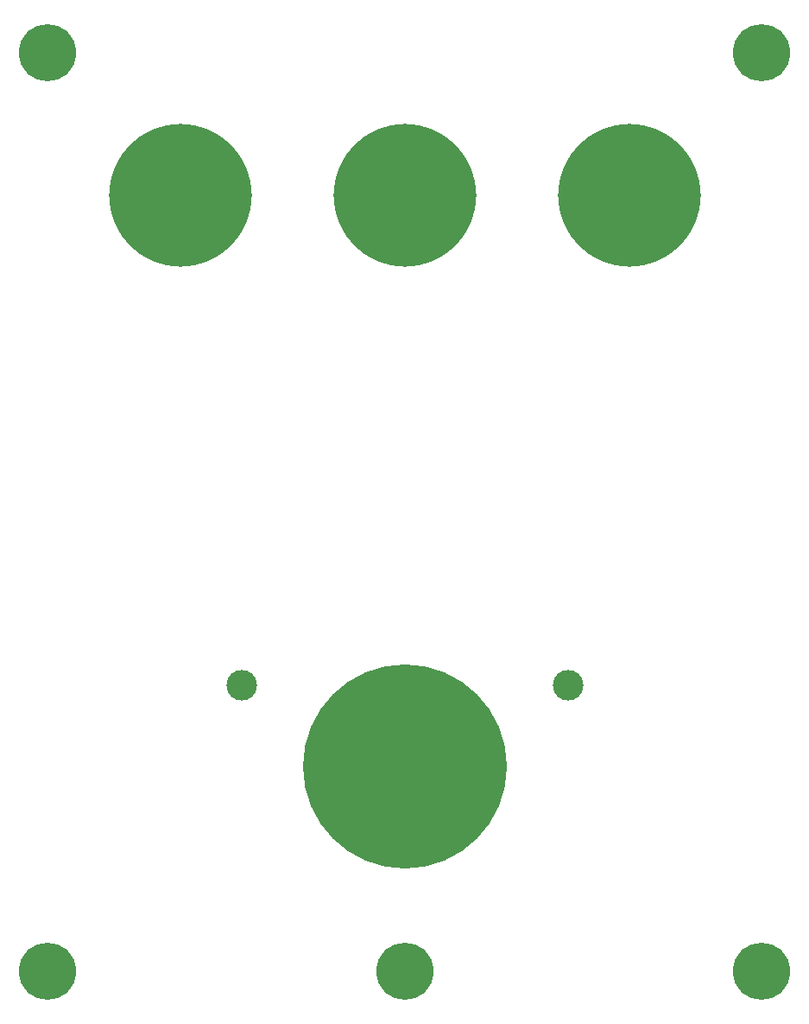
<source format=gbr>
%TF.GenerationSoftware,KiCad,Pcbnew,9.0.0*%
%TF.CreationDate,2025-04-06T00:05:41+02:00*%
%TF.ProjectId,big_muff_pi_front_plate,6269675f-6d75-4666-965f-70695f66726f,rev?*%
%TF.SameCoordinates,Original*%
%TF.FileFunction,Soldermask,Top*%
%TF.FilePolarity,Negative*%
%FSLAX46Y46*%
G04 Gerber Fmt 4.6, Leading zero omitted, Abs format (unit mm)*
G04 Created by KiCad (PCBNEW 9.0.0) date 2025-04-06 00:05:41*
%MOMM*%
%LPD*%
G01*
G04 APERTURE LIST*
%ADD10C,3.000000*%
%ADD11C,3.600000*%
%ADD12C,5.600000*%
%ADD13C,14.000000*%
%ADD14C,20.000000*%
G04 APERTURE END LIST*
D10*
%TO.C,H9*%
X106000000Y-117000000D03*
%TD*%
D11*
%TO.C,H3*%
X55000000Y-145000000D03*
D12*
X55000000Y-145000000D03*
%TD*%
D13*
%TO.C,H6*%
X90000000Y-69000000D03*
%TD*%
%TO.C,H7*%
X112000000Y-69000000D03*
%TD*%
D11*
%TO.C,H4*%
X125000000Y-145000000D03*
D12*
X125000000Y-145000000D03*
%TD*%
D13*
%TO.C,H5*%
X68000000Y-69000000D03*
%TD*%
D14*
%TO.C,H8*%
X90000000Y-125000000D03*
%TD*%
D11*
%TO.C,H1*%
X55000000Y-55000000D03*
D12*
X55000000Y-55000000D03*
%TD*%
D10*
%TO.C,H10*%
X74000000Y-117000000D03*
%TD*%
D11*
%TO.C,H2*%
X125000000Y-55000000D03*
D12*
X125000000Y-55000000D03*
%TD*%
D11*
%TO.C,H11*%
X90000000Y-145000000D03*
D12*
X90000000Y-145000000D03*
%TD*%
M02*

</source>
